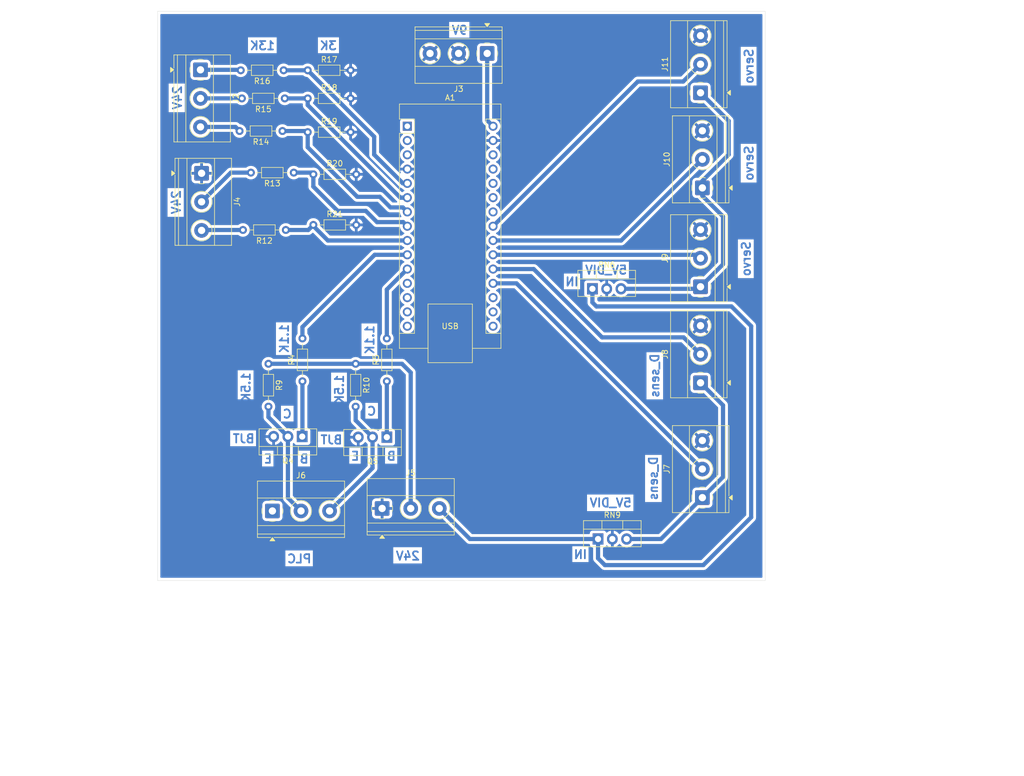
<source format=kicad_pcb>
(kicad_pcb (version 20241229) (generator "pcbnew") (generator_version "9.0")
  (layers (0 "F.Cu" signal) (2 "B.Cu" signal) (13 "F.Paste" user) (15 "B.Paste" user) (5 "F.SilkS" user "F.Silkscreen") (7 "B.SilkS" user "B.Silkscreen") (1 "F.Mask" user) (3 "B.Mask" user) (25 "Edge.Cuts" user))
  (net 0 "")
  (net 2 "GND")
  (net 3 "Net-(A1-SDA{slash}A4)")
  (net 9 "Net-(A1-D8)")
  (net 12 "Net-(A1-D7)")
  (net 13 "Net-(A1-D6)")
  (net 14 "Net-(A1-D4)")
  (net 15 "Net-(A1-A3)")
  (net 20 "Net-(A1-A0)")
  (net 21 "Net-(A1-A2)")
  (net 22 "Net-(A1-D3)")
  (net 23 "Net-(A1-D2)")
  (net 24 "Net-(A1-A1)")
  (net 27 "Net-(A1-D5)")
  (net 29 "Net-(J2-Pin_1)")
  (net 30 "Net-(J2-Pin_3)")
  (net 31 "Net-(J2-Pin_2)")
  (net 32 "Net-(J4-Pin_2)")
  (net 33 "Net-(J5-Pin_2)")
  (net 34 "Net-(J5-Pin_3)")
  (net 36 "Net-(J6-Pin_2)")
  (net 37 "Net-(J6-Pin_3)")
  (net 38 "Net-(J7-Pin_1)")
  (net 39 "Net-(J10-Pin_1)")
  (net 40 "Net-(Q4-B)")
  (net 41 "Net-(Q5-B)")
  (net 42 "Net-(J4-Pin_3)")
  (net 43 "Net-(A1-VIN)")
  (footprint "TerminalBlock_Phoenix:TerminalBlock_Phoenix_MKDS-1,5-3-5.08_1x03_P5.08mm_Horizontal" (layer "F.Cu") (at 152.5 85.58 90)
    (property "Reference" "J8" (at 5.08 -6.32 90) (layer "F.SilkS"))
    (property "Value" "Screw_Terminal_01x03")
    (pad "1" thru_hole roundrect (at 0 0 90) (size 2.6 2.6) (drill 1.3) (layers "*.Cu" "*.Mask") (roundrect_rratio 0.096154) (net 38 "Net-(J7-Pin_1)"))
    (pad "2" thru_hole circle (at 5.08 0 90) (size 2.6 2.6) (drill 1.3) (layers "*.Cu" "*.Mask") (net 24 "Net-(A1-A1)"))
    (pad "3" thru_hole circle (at 10.16 0 90) (size 2.6 2.6) (drill 1.3) (layers "*.Cu" "*.Mask") (net 2 "GND"))
  )
  (footprint "Resistor_THT:R_Axial_DIN0204_L3.6mm_D1.6mm_P7.62mm_Horizontal" (layer "F.Cu") (at 78.41 30 180)
    (property "Reference" "R16" (at 3.81 -1.92 0) (layer "F.SilkS"))
    (property "Value" "13K")
    (pad "1" thru_hole circle (at 0 0 180) (size 1.4 1.4) (drill 0.7) (layers "*.Cu" "*.Mask") (net 23 "Net-(A1-D2)"))
    (pad "2" thru_hole oval (at 7.62 0 180) (size 1.4 1.4) (drill 0.7) (layers "*.Cu" "*.Mask") (net 29 "Net-(J2-Pin_1)"))
  )
  (footprint "TerminalBlock_Phoenix:TerminalBlock_Phoenix_MKDS-1,5-3-5.08_1x03_P5.08mm_Horizontal" (layer "F.Cu") (at 114.585 27 180)
    (property "Reference" "J3" (at 5.08 -6.32 0) (layer "F.SilkS"))
    (property "Value" "Screw_Terminal_01x03")
    (pad "1" thru_hole roundrect (at 0 0 180) (size 2.6 2.6) (drill 1.3) (layers "*.Cu" "*.Mask") (roundrect_rratio 0.096154) (net 43 "Net-(A1-VIN)"))
    (pad "2" thru_hole circle (at 5.08 0 180) (size 2.6 2.6) (drill 1.3) (layers "*.Cu" "*.Mask") (net 2 "GND"))
    (pad "3" thru_hole circle (at 10.16 0 180) (size 2.6 2.6) (drill 1.3) (layers "*.Cu" "*.Mask") (net 2 "GND"))
  )
  (footprint "Resistor_THT:R_Axial_DIN0204_L3.6mm_D1.6mm_P7.62mm_Horizontal" (layer "F.Cu") (at 91.21 82.195 -90)
    (property "Reference" "R10" (at 3.81 -1.92 90) (layer "F.SilkS"))
    (property "Value" "1.5K")
    (pad "1" thru_hole circle (at 0 0 270) (size 1.4 1.4) (drill 0.7) (layers "*.Cu" "*.Mask") (net 33 "Net-(J5-Pin_2)"))
    (pad "2" thru_hole oval (at 7.62 0 270) (size 1.4 1.4) (drill 0.7) (layers "*.Cu" "*.Mask") (net 37 "Net-(J6-Pin_3)"))
  )
  (footprint "Resistor_THT:R_Axial_DIN0204_L3.6mm_D1.6mm_P7.62mm_Horizontal" (layer "F.Cu") (at 78.8 58.4 180)
    (property "Reference" "R12" (at 3.81 -1.92 0) (layer "F.SilkS"))
    (property "Value" "13K")
    (pad "1" thru_hole circle (at 0 0 180) (size 1.4 1.4) (drill 0.7) (layers "*.Cu" "*.Mask") (net 13 "Net-(A1-D6)"))
    (pad "2" thru_hole oval (at 7.62 0 180) (size 1.4 1.4) (drill 0.7) (layers "*.Cu" "*.Mask") (net 42 "Net-(J4-Pin_3)"))
  )
  (footprint "Package_TO_SOT_THT:TO-220-3_Vertical" (layer "F.Cu") (at 134.2875 113.36)
    (property "Reference" "RN9" (at 2.54 -4.27 0) (layer "F.SilkS"))
    (property "Value" "5V_div")
    (pad "1" thru_hole rect (at 0 0) (size 1.905 2) (drill 1.1) (layers "*.Cu" "*.Mask") (net 34 "Net-(J5-Pin_3)"))
    (pad "2" thru_hole oval (at 2.54 0) (size 1.905 2) (drill 1.1) (layers "*.Cu" "*.Mask") (net 2 "GND"))
    (pad "3" thru_hole oval (at 5.08 0) (size 1.905 2) (drill 1.1) (layers "*.Cu" "*.Mask") (net 38 "Net-(J7-Pin_1)"))
  )
  (footprint "Resistor_THT:R_Axial_DIN0204_L3.6mm_D1.6mm_P7.62mm_Horizontal" (layer "F.Cu") (at 78.61 35 180)
    (property "Reference" "R15" (at 3.81 -1.92 0) (layer "F.SilkS"))
    (property "Value" "13K")
    (pad "1" thru_hole circle (at 0 0 180) (size 1.4 1.4) (drill 0.7) (layers "*.Cu" "*.Mask") (net 22 "Net-(A1-D3)"))
    (pad "2" thru_hole oval (at 7.62 0 180) (size 1.4 1.4) (drill 0.7) (layers "*.Cu" "*.Mask") (net 31 "Net-(J2-Pin_2)"))
  )
  (footprint "Resistor_THT:R_Axial_DIN0204_L3.6mm_D1.6mm_P7.62mm_Horizontal" (layer "F.Cu") (at 80.21 48.2 180)
    (property "Reference" "R13" (at 3.81 -1.92 0) (layer "F.SilkS"))
    (property "Value" "13K")
    (pad "1" thru_hole circle (at 0 0 180) (size 1.4 1.4) (drill 0.7) (layers "*.Cu" "*.Mask") (net 27 "Net-(A1-D5)"))
    (pad "2" thru_hole oval (at 7.62 0 180) (size 1.4 1.4) (drill 0.7) (layers "*.Cu" "*.Mask") (net 32 "Net-(J4-Pin_2)"))
  )
  (footprint "Resistor_THT:R_Axial_DIN0204_L3.6mm_D1.6mm_P7.62mm_Horizontal" (layer "F.Cu") (at 81.75 85.31 90)
    (property "Reference" "R4" (at 3.81 -1.92 90) (layer "F.SilkS"))
    (property "Value" "1.1K")
    (pad "1" thru_hole circle (at 0 0 90) (size 1.4 1.4) (drill 0.7) (layers "*.Cu" "*.Mask") (net 40 "Net-(Q4-B)"))
    (pad "2" thru_hole oval (at 7.62 0 90) (size 1.4 1.4) (drill 0.7) (layers "*.Cu" "*.Mask") (net 12 "Net-(A1-D7)"))
  )
  (footprint "TerminalBlock_Phoenix:TerminalBlock_Phoenix_MKDS-1,5-3-5.08_1x03_P5.08mm_Horizontal" (layer "F.Cu") (at 63.6275 29.915 -90)
    (property "Reference" "J2" (at 5.08 -6.32 90) (layer "F.SilkS"))
    (property "Value" "Screw_Terminal_01x03")
    (pad "1" thru_hole roundrect (at 0 0 270) (size 2.6 2.6) (drill 1.3) (layers "*.Cu" "*.Mask") (roundrect_rratio 0.096154) (net 29 "Net-(J2-Pin_1)"))
    (pad "2" thru_hole circle (at 5.08 0 270) (size 2.6 2.6) (drill 1.3) (layers "*.Cu" "*.Mask") (net 31 "Net-(J2-Pin_2)"))
    (pad "3" thru_hole circle (at 10.16 0 270) (size 2.6 2.6) (drill 1.3) (layers "*.Cu" "*.Mask") (net 30 "Net-(J2-Pin_3)"))
  )
  (footprint "Module:Arduino_Nano" (layer "F.Cu") (at 100.39 39.95)
    (property "Reference" "A1" (at 7.62 -5.08 0) (layer "F.SilkS"))
    (property "Value" "Arduino_Nano_Every")
    (fp_text user "USB" (at 7.62 35.56 0) (layer "F.SilkS"))
    (pad "1" thru_hole rect (at 0 0) (size 1.6 1.6) (drill 1) (layers "*.Cu" "*.Mask"))
    (pad "2" thru_hole oval (at 0 2.54) (size 1.6 1.6) (drill 1) (layers "*.Cu" "*.Mask"))
    (pad "3" thru_hole oval (at 0 5.08) (size 1.6 1.6) (drill 1) (layers "*.Cu" "*.Mask"))
    (pad "4" thru_hole oval (at 0 7.62) (size 1.6 1.6) (drill 1) (layers "*.Cu" "*.Mask") (net 2 "GND"))
    (pad "5" thru_hole oval (at 0 10.16) (size 1.6 1.6) (drill 1) (layers "*.Cu" "*.Mask") (net 23 "Net-(A1-D2)"))
    (pad "6" thru_hole oval (at 0 12.7) (size 1.6 1.6) (drill 1) (layers "*.Cu" "*.Mask") (net 22 "Net-(A1-D3)"))
    (pad "7" thru_hole oval (at 0 15.24) (size 1.6 1.6) (drill 1) (layers "*.Cu" "*.Mask") (net 14 "Net-(A1-D4)"))
    (pad "8" thru_hole oval (at 0 17.78) (size 1.6 1.6) (drill 1) (layers "*.Cu" "*.Mask") (net 27 "Net-(A1-D5)"))
    (pad "9" thru_hole oval (at 0 20.32) (size 1.6 1.6) (drill 1) (layers "*.Cu" "*.Mask") (net 13 "Net-(A1-D6)"))
    (pad "10" thru_hole oval (at 0 22.86) (size 1.6 1.6) (drill 1) (layers "*.Cu" "*.Mask") (net 12 "Net-(A1-D7)"))
    (pad "11" thru_hole oval (at 0 25.4) (size 1.6 1.6) (drill 1) (layers "*.Cu" "*.Mask") (net 9 "Net-(A1-D8)"))
    (pad "12" thru_hole oval (at 0 27.94) (size 1.6 1.6) (drill 1) (layers "*.Cu" "*.Mask"))
    (pad "13" thru_hole oval (at 0 30.48) (size 1.6 1.6) (drill 1) (layers "*.Cu" "*.Mask"))
    (pad "14" thru_hole oval (at 0 33.02) (size 1.6 1.6) (drill 1) (layers "*.Cu" "*.Mask"))
    (pad "15" thru_hole oval (at 0 35.56) (size 1.6 1.6) (drill 1) (layers "*.Cu" "*.Mask"))
    (pad "16" thru_hole oval (at 15.24 35.56) (size 1.6 1.6) (drill 1) (layers "*.Cu" "*.Mask"))
    (pad "17" thru_hole oval (at 15.24 33.02) (size 1.6 1.6) (drill 1) (layers "*.Cu" "*.Mask"))
    (pad "18" thru_hole oval (at 15.24 30.48) (size 1.6 1.6) (drill 1) (layers "*.Cu" "*.Mask"))
    (pad "19" thru_hole oval (at 15.24 27.94) (size 1.6 1.6) (drill 1) (layers "*.Cu" "*.Mask") (net 20 "Net-(A1-A0)"))
    (pad "20" thru_hole oval (at 15.24 25.4) (size 1.6 1.6) (drill 1) (layers "*.Cu" "*.Mask") (net 24 "Net-(A1-A1)"))
    (pad "21" thru_hole oval (at 15.24 22.86) (size 1.6 1.6) (drill 1) (layers "*.Cu" "*.Mask") (net 21 "Net-(A1-A2)"))
    (pad "22" thru_hole oval (at 15.24 20.32) (size 1.6 1.6) (drill 1) (layers "*.Cu" "*.Mask") (net 15 "Net-(A1-A3)"))
    (pad "23" thru_hole oval (at 15.24 17.78) (size 1.6 1.6) (drill 1) (layers "*.Cu" "*.Mask") (net 3 "Net-(A1-SDA{slash}A4)"))
    (pad "24" thru_hole oval (at 15.24 15.24) (size 1.6 1.6) (drill 1) (layers "*.Cu" "*.Mask"))
    (pad "25" thru_hole oval (at 15.24 12.7) (size 1.6 1.6) (drill 1) (layers "*.Cu" "*.Mask"))
    (pad "26" thru_hole oval (at 15.24 10.16) (size 1.6 1.6) (drill 1) (layers "*.Cu" "*.Mask"))
    (pad "27" thru_hole oval (at 15.24 7.62) (size 1.6 1.6) (drill 1) (layers "*.Cu" "*.Mask"))
    (pad "28" thru_hole oval (at 15.24 5.08) (size 1.6 1.6) (drill 1) (layers "*.Cu" "*.Mask"))
    (pad "29" thru_hole oval (at 15.24 2.54) (size 1.6 1.6) (drill 1) (layers "*.Cu" "*.Mask") (net 2 "GND"))
    (pad "30" thru_hole oval (at 15.24 0) (size 1.6 1.6) (drill 1) (layers "*.Cu" "*.Mask") (net 43 "Net-(A1-VIN)"))
  )
  (footprint "Resistor_THT:R_Axial_DIN0204_L3.6mm_D1.6mm_P7.62mm_Horizontal" (layer "F.Cu") (at 78.2 40.8 180)
    (property "Reference" "R14" (at 3.81 -1.92 0) (layer "F.SilkS"))
    (property "Value" "13K")
    (pad "1" thru_hole circle (at 0 0 180) (size 1.4 1.4) (drill 0.7) (layers "*.Cu" "*.Mask") (net 14 "Net-(A1-D4)"))
    (pad "2" thru_hole oval (at 7.62 0 180) (size 1.4 1.4) (drill 0.7) (layers "*.Cu" "*.Mask") (net 30 "Net-(J2-Pin_3)"))
  )
  (footprint "Package_TO_SOT_THT:TO-220-3_Vertical" (layer "F.Cu") (at 81.71 95.14 180)
    (property "Reference" "Q4" (at 2.54 -4.27 0) (layer "F.SilkS"))
    (property "Value" "Q_NPN_BCE")
    (pad "1" thru_hole rect (at 0 0 180) (size 1.905 2) (drill 1.1) (layers "*.Cu" "*.Mask") (net 40 "Net-(Q4-B)"))
    (pad "2" thru_hole oval (at 2.54 0 180) (size 1.905 2) (drill 1.1) (layers "*.Cu" "*.Mask") (net 36 "Net-(J6-Pin_2)"))
    (pad "3" thru_hole oval (at 5.08 0 180) (size 1.905 2) (drill 1.1) (layers "*.Cu" "*.Mask") (net 2 "GND"))
  )
  (footprint "Resistor_THT:R_Axial_DIN0204_L3.6mm_D1.6mm_P7.62mm_Horizontal" (layer "F.Cu") (at 82.69 41)
    (property "Reference" "R19" (at 3.81 -1.92 0) (layer "F.SilkS"))
    (property "Value" "3K")
    (pad "1" thru_hole circle (at 0 0) (size 1.4 1.4) (drill 0.7) (layers "*.Cu" "*.Mask") (net 14 "Net-(A1-D4)"))
    (pad "2" thru_hole oval (at 7.62 0) (size 1.4 1.4) (drill 0.7) (layers "*.Cu" "*.Mask") (net 2 "GND"))
  )
  (footprint "Package_TO_SOT_THT:TO-220-3_Vertical" (layer "F.Cu") (at 96.75 95.25 180)
    (property "Reference" "Q5" (at 2.54 -4.27 0) (layer "F.SilkS"))
    (property "Value" "Q_NPN_BCE")
    (pad "1" thru_hole rect (at 0 0 180) (size 1.905 2) (drill 1.1) (layers "*.Cu" "*.Mask") (net 41 "Net-(Q5-B)"))
    (pad "2" thru_hole oval (at 2.54 0 180) (size 1.905 2) (drill 1.1) (layers "*.Cu" "*.Mask") (net 37 "Net-(J6-Pin_3)"))
    (pad "3" thru_hole oval (at 5.08 0 180) (size 1.905 2) (drill 1.1) (layers "*.Cu" "*.Mask") (net 2 "GND"))
  )
  (footprint "Resistor_THT:R_Axial_DIN0204_L3.6mm_D1.6mm_P7.62mm_Horizontal" (layer "F.Cu") (at 82.69 35)
    (property "Reference" "R18" (at 3.81 -1.92 0) (layer "F.SilkS"))
    (property "Value" "3K")
    (pad "1" thru_hole circle (at 0 0) (size 1.4 1.4) (drill 0.7) (layers "*.Cu" "*.Mask") (net 22 "Net-(A1-D3)"))
    (pad "2" thru_hole oval (at 7.62 0) (size 1.4 1.4) (drill 0.7) (layers "*.Cu" "*.Mask") (net 2 "GND"))
  )
  (footprint "TerminalBlock_Phoenix:TerminalBlock_Phoenix_MKDS-1,5-3-5.08_1x03_P5.08mm_Horizontal" (layer "F.Cu") (at 152.5 68.5 90)
    (property "Reference" "J9" (at 5.08 -6.32 90) (layer "F.SilkS"))
    (property "Value" "Screw_Terminal_01x03")
    (pad "1" thru_hole roundrect (at 0 0 90) (size 2.6 2.6) (drill 1.3) (layers "*.Cu" "*.Mask") (roundrect_rratio 0.096154) (net 39 "Net-(J10-Pin_1)"))
    (pad "2" thru_hole circle (at 5.08 0 90) (size 2.6 2.6) (drill 1.3) (layers "*.Cu" "*.Mask") (net 21 "Net-(A1-A2)"))
    (pad "3" thru_hole circle (at 10.16 0 90) (size 2.6 2.6) (drill 1.3) (layers "*.Cu" "*.Mask") (net 2 "GND"))
  )
  (footprint "Resistor_THT:R_Axial_DIN0204_L3.6mm_D1.6mm_P7.62mm_Horizontal" (layer "F.Cu") (at 82.69 30)
    (property "Reference" "R17" (at 3.81 -1.92 0) (layer "F.SilkS"))
    (property "Value" "3K")
    (pad "1" thru_hole circle (at 0 0) (size 1.4 1.4) (drill 0.7) (layers "*.Cu" "*.Mask") (net 23 "Net-(A1-D2)"))
    (pad "2" thru_hole oval (at 7.62 0) (size 1.4 1.4) (drill 0.7) (layers "*.Cu" "*.Mask") (net 2 "GND"))
  )
  (footprint "Resistor_THT:R_Axial_DIN0204_L3.6mm_D1.6mm_P7.62mm_Horizontal" (layer "F.Cu") (at 83.69 48.5)
    (property "Reference" "R20" (at 3.81 -1.92 0) (layer "F.SilkS"))
    (property "Value" "3K")
    (pad "1" thru_hole circle (at 0 0) (size 1.4 1.4) (drill 0.7) (layers "*.Cu" "*.Mask") (net 27 "Net-(A1-D5)"))
    (pad "2" thru_hole oval (at 7.62 0) (size 1.4 1.4) (drill 0.7) (layers "*.Cu" "*.Mask") (net 2 "GND"))
  )
  (footprint "TerminalBlock_Phoenix:TerminalBlock_Phoenix_MKDS-1,5-3-5.08_1x03_P5.08mm_Horizontal" (layer "F.Cu") (at 76.415 108.3675)
    (property "Reference" "J6" (at 5.08 -6.32 0) (layer "F.SilkS"))
    (property "Value" "Screw_Terminal_01x03")
    (pad "1" thru_hole roundrect (at 0 0) (size 2.6 2.6) (drill 1.3) (layers "*.Cu" "*.Mask") (roundrect_rratio 0.096154))
    (pad "2" thru_hole circle (at 5.08 0) (size 2.6 2.6) (drill 1.3) (layers "*.Cu" "*.Mask") (net 36 "Net-(J6-Pin_2)"))
    (pad "3" thru_hole circle (at 10.16 0) (size 2.6 2.6) (drill 1.3) (layers "*.Cu" "*.Mask") (net 37 "Net-(J6-Pin_3)"))
  )
  (footprint "TerminalBlock_Phoenix:TerminalBlock_Phoenix_MKDS-1,5-3-5.08_1x03_P5.08mm_Horizontal" (layer "F.Cu") (at 152.8275 50.915 90)
    (property "Reference" "J10" (at 5.08 -6.32 90) (layer "F.SilkS"))
    (property "Value" "Screw_Terminal_01x03")
    (pad "1" thru_hole roundrect (at 0 0 90) (size 2.6 2.6) (drill 1.3) (layers "*.Cu" "*.Mask") (roundrect_rratio 0.096154) (net 39 "Net-(J10-Pin_1)"))
    (pad "2" thru_hole circle (at 5.08 0 90) (size 2.6 2.6) (drill 1.3) (layers "*.Cu" "*.Mask") (net 15 "Net-(A1-A3)"))
    (pad "3" thru_hole circle (at 10.16 0 90) (size 2.6 2.6) (drill 1.3) (layers "*.Cu" "*.Mask") (net 2 "GND"))
  )
  (footprint "Resistor_THT:R_Axial_DIN0204_L3.6mm_D1.6mm_P7.62mm_Horizontal" (layer "F.Cu") (at 75.71 82.195 -90)
    (property "Reference" "R9" (at 3.81 -1.92 90) (layer "F.SilkS"))
    (property "Value" "1.5K")
    (pad "1" thru_hole circle (at 0 0 270) (size 1.4 1.4) (drill 0.7) (layers "*.Cu" "*.Mask") (net 33 "Net-(J5-Pin_2)"))
    (pad "2" thru_hole oval (at 7.62 0 270) (size 1.4 1.4) (drill 0.7) (layers "*.Cu" "*.Mask") (net 36 "Net-(J6-Pin_2)"))
  )
  (footprint "TerminalBlock_Phoenix:TerminalBlock_Phoenix_MKDS-1,5-3-5.08_1x03_P5.08mm_Horizontal" (layer "F.Cu") (at 63.8275 48.315 -90)
    (property "Reference" "J4" (at 5.08 -6.32 90) (layer "F.SilkS"))
    (property "Value" "Screw_Terminal_01x03")
    (pad "1" thru_hole roundrect (at 0 0 270) (size 2.6 2.6) (drill 1.3) (layers "*.Cu" "*.Mask") (roundrect_rratio 0.096154) (net 2 "GND"))
    (pad "2" thru_hole circle (at 5.08 0 270) (size 2.6 2.6) (drill 1.3) (layers "*.Cu" "*.Mask") (net 32 "Net-(J4-Pin_2)"))
    (pad "3" thru_hole circle (at 10.16 0 270) (size 2.6 2.6) (drill 1.3) (layers "*.Cu" "*.Mask") (net 42 "Net-(J4-Pin_3)"))
  )
  (footprint "Package_TO_SOT_THT:TO-220-3_Vertical" (layer "F.Cu") (at 133.2875 68.86)
    (property "Reference" "RN6" (at 2.54 -4.27 0) (layer "F.SilkS"))
    (property "Value" "5V_div")
    (pad "1" thru_hole rect (at 0 0) (size 1.905 2) (drill 1.1) (layers "*.Cu" "*.Mask") (net 34 "Net-(J5-Pin_3)"))
    (pad "2" thru_hole oval (at 2.54 0) (size 1.905 2) (drill 1.1) (layers "*.Cu" "*.Mask") (net 2 "GND"))
    (pad "3" thru_hole oval (at 5.08 0) (size 1.905 2) (drill 1.1) (layers "*.Cu" "*.Mask") (net 39 "Net-(J10-Pin_1)"))
  )
  (footprint "TerminalBlock_Phoenix:TerminalBlock_Phoenix_MKDS-1,5-3-5.08_1x03_P5.08mm_Horizontal" (layer "F.Cu") (at 95.915 107.9225)
    (property "Reference" "J5" (at 5.08 -6.32 0) (layer "F.SilkS"))
    (property "Value" "Screw_Terminal_01x03")
    (pad "1" thru_hole roundrect (at 0 0) (size 2.6 2.6) (drill 1.3) (layers "*.Cu" "*.Mask") (roundrect_rratio 0.096154) (net 2 "GND"))
    (pad "2" thru_hole circle (at 5.08 0) (size 2.6 2.6) (drill 1.3) (layers "*.Cu" "*.Mask") (net 33 "Net-(J5-Pin_2)"))
    (pad "3" thru_hole circle (at 10.16 0) (size 2.6 2.6) (drill 1.3) (layers "*.Cu" "*.Mask") (net 34 "Net-(J5-Pin_3)"))
  )
  (footprint "Resistor_THT:R_Axial_DIN0204_L3.6mm_D1.6mm_P7.62mm_Horizontal" (layer "F.Cu") (at 96.75 85.31 90)
    (property "Reference" "R5" (at 3.81 -1.92 90) (layer "F.SilkS"))
    (property "Value" "1.1K")
    (pad "1" thru_hole circle (at 0 0 90) (size 1.4 1.4) (drill 0.7) (layers "*.Cu" "*.Mask") (net 41 "Net-(Q5-B)"))
    (pad "2" thru_hole oval (at 7.62 0 90) (size 1.4 1.4) (drill 0.7) (layers "*.Cu" "*.Mask") (net 9 "Net-(A1-D8)"))
  )
  (footprint "Resistor_THT:R_Axial_DIN0204_L3.6mm_D1.6mm_P7.62mm_Horizontal" (layer "F.Cu") (at 83.69 57.5)
    (property "Reference" "R21" (at 3.81 -1.92 0) (layer "F.SilkS"))
    (property "Value" "3K")
    (pad "1" thru_hole circle (at 0 0) (size 1.4 1.4) (drill 0.7) (layers "*.Cu" "*.Mask") (net 13 "Net-(A1-D6)"))
    (pad "2" thru_hole oval (at 7.62 0) (size 1.4 1.4) (drill 0.7) (layers "*.Cu" "*.Mask") (net 2 "GND"))
  )
  (footprint "TerminalBlock_Phoenix:TerminalBlock_Phoenix_MKDS-1,5-3-5.08_1x03_P5.08mm_Horizontal" (layer "F.Cu") (at 152.5 34 90)
    (property "Reference" "J11" (at 5.08 -6.32 90) (layer "F.SilkS"))
    (property "Value" "Screw_Terminal_01x03")
    (pad "1" thru_hole roundrect (at 0 0 90) (size 2.6 2.6) (drill 1.3) (layers "*.Cu" "*.Mask") (roundrect_rratio 0.096154) (net 39 "Net-(J10-Pin_1)"))
    (pad "2" thru_hole circle (at 5.08 0 90) (size 2.6 2.6) (drill 1.3) (layers "*.Cu" "*.Mask") (net 3 "Net-(A1-SDA{slash}A4)"))
    (pad "3" thru_hole circle (at 10.16 0 90) (size 2.6 2.6) (drill 1.3) (layers "*.Cu" "*.Mask") (net 2 "GND"))
  )
  (footprint "TerminalBlock_Phoenix:TerminalBlock_Phoenix_MKDS-1,5-3-5.08_1x03_P5.08mm_Horizontal" (layer "F.Cu") (at 152.8275 106 90)
    (property "Reference" "J7" (at 5.08 -6.32 90) (layer "F.SilkS"))
    (property "Value" "Screw_Terminal_01x03")
    (pad "1" thru_hole roundrect (at 0 0 90) (size 2.6 2.6) (drill 1.3) (layers "*.Cu" "*.Mask") (roundrect_rratio 0.096154) (net 38 "Net-(J7-Pin_1)"))
    (pad "2" thru_hole circle (at 5.08 0 90) (size 2.6 2.6) (drill 1.3) (layers "*.Cu" "*.Mask") (net 20 "Net-(A1-A0)"))
    (pad "3" thru_hole circle (at 10.16 0 90) (size 2.6 2.6) (drill 1.3) (layers "*.Cu" "*.Mask") (net 2 "GND"))
  )
  (gr_rect (start 56 19.5) (end 164 120.75) (stroke (width 0.05)) (fill no) (layer "Edge.Cuts"))
  (gr_text "E" (at 92 99.5 0) (layer "B.Cu") (effects (font (size 1.5 1.5) (thickness 0.3) (bold yes)) (justify left bottom mirror)))
  (gr_text "B\n" (at 98.5 99.5 0) (layer "B.Cu") (effects (font (size 1.5 1.5) (thickness 0.3) (bold yes)) (justify left bottom mirror)))
  (gr_text "IN" (at 132.5 117 0) (layer "B.Cu") (effects (font (size 1.5 1.5) (thickness 0.3) (bold yes)) (justify left bottom mirror)))
  (gr_text "1.5K" (at 72.6 83.6 90) (layer "B.Cu") (effects (font (size 1.5 1.5) (thickness 0.3) (bold yes)) (justify left bottom mirror)))
  (gr_text "1.1K" (at 79.4 75 90) (layer "B.Cu") (effects (font (size 1.5 1.5) (thickness 0.3) (bold yes)) (justify left bottom mirror)))
  (gr_text "Servo\n" (at 162 43.25 90) (layer "B.Cu") (effects (font (size 1.5 1.5) (thickness 0.3) (bold yes)) (justify left bottom mirror)))
  (gr_text "BJT" (at 73.4 96.4 0) (layer "B.Cu") (effects (font (size 1.5 1.5) (thickness 0.3) (bold yes)) (justify left bottom mirror)))
  (gr_text "IN\n" (at 131 68.5 0) (layer "B.Cu") (effects (font (size 1.5 1.5) (thickness 0.3) (bold yes)) (justify left bottom mirror)))
  (gr_text "24V" (at 60.2 51.2 90) (layer "B.Cu") (effects (font (size 1.5 1.5) (thickness 0.3) (bold yes)) (justify left bottom mirror)))
  (gr_text "5V_DIV\n" (at 139.6 66.4 0) (layer "B.Cu") (effects (font (size 1.5 1.5) (thickness 0.3) (bold yes)) (justify left bottom mirror)))
  (gr_text "C" (at 80 92 0) (layer "B.Cu") (effects (font (size 1.5 1.5) (thickness 0.3) (bold yes)) (justify left bottom mirror)))
  (gr_text "Servo\n" (at 162 26 90) (layer "B.Cu") (effects (font (size 1.5 1.5) (thickness 0.3) (bold yes)) (justify left bottom mirror)))
  (gr_text "9V" (at 111.25 23.75 0) (layer "B.Cu") (effects (font (size 1.5 1.5) (thickness 0.3) (bold yes)) (justify left bottom mirror)))
  (gr_text "1.5K" (at 89.2 84 90) (layer "B.Cu") (effects (font (size 1.5 1.5) (thickness 0.3) (bold yes)) (justify left bottom mirror)))
  (gr_text "5V_DIV\n" (at 140.4 107.8 0) (layer "B.Cu") (effects (font (size 1.5 1.5) (thickness 0.3) (bold yes)) (justify left bottom mirror)))
  (gr_text "E" (at 76.5 100 0) (layer "B.Cu") (effects (font (size 1.5 1.5) (thickness 0.3) (bold yes)) (justify left bottom mirror)))
  (gr_text "D_sens\n" (at 145.25 80.25 90) (layer "B.Cu") (effects (font (size 1.5 1.5) (thickness 0.3) (bold yes)) (justify left bottom mirror)))
  (gr_text "PLC\n" (at 83.5 117.75 0) (layer "B.Cu") (effects (font (size 1.5 1.5) (thickness 0.3) (bold yes)) (justify left bottom mirror)))
  (gr_text "24V" (at 60.4 32.6 90) (layer "B.Cu") (effects (font (size 1.5 1.5) (thickness 0.3) (bold yes)) (justify left bottom mirror)))
  (gr_text "3K\n" (at 88 26.5 0) (layer "B.Cu") (effects (font (size 1.5 1.5) (thickness 0.3) (bold yes)) (justify left bottom mirror)))
  (gr_text "B\n" (at 83 100 0) (layer "B.Cu") (effects (font (size 1.5 1.5) (thickness 0.3) (bold yes)) (justify left bottom mirror)))
  (gr_text "1.1K" (at 94.6 75.2 90) (layer "B.Cu") (effects (font (size 1.5 1.5) (thickness 0.3) (bold yes)) (justify left bottom mirror)))
  (gr_text "D_sens\n" (at 145 98.5 90) (layer "B.Cu") (effects (font (size 1.5 1.5) (thickness 0.3) (bold yes)) (justify left bottom mirror)))
  (gr_text "24V" (at 102.75 117.25 0) (layer "B.Cu") (effects (font (size 1.5 1.5) (thickness 0.3) (bold yes)) (justify left bottom mirror)))
  (gr_text "13K" (at 77 26.5 0) (layer "B.Cu") (effects (font (size 1.5 1.5) (thickness 0.3) (bold yes)) (justify left bottom mirror)))
  (gr_text "C" (at 95 91.5 0) (layer "B.Cu") (effects (font (size 1.5 1.5) (thickness 0.3) (bold yes)) (justify left bottom mirror)))
  (gr_text "Servo\n" (at 161.5 60.25 90) (layer "B.Cu") (effects (font (size 1.5 1.5) (thickness 0.3) (bold yes)) (justify left bottom mirror)))
  (gr_text "BJT" (at 89 96.6 0) (layer "B.Cu") (effects (font (size 1.5 1.5) (thickness 0.3) (bold yes)) (justify left bottom mirror)))
  (segment (start 149.42 32) (end 152.5 28.92) (width 0.75) (layer "B.Cu") (net 3))
  (segment (start 141.36 32) (end 149.42 32) (width 0.75) (layer "B.Cu") (net 3))
  (segment (start 115.63 57.73) (end 141.36 32) (width 0.75) (layer "B.Cu") (net 3))
  (segment (start 100.39 65.35) (end 96.75 68.99) (width 0.75) (layer "B.Cu") (net 9))
  (segment (start 96.75 68.99) (end 96.75 77.69) (width 0.75) (layer "B.Cu") (net 9))
  (segment (start 81.75 77.69) (end 81.75 75.655) (width 0.75) (layer "B.Cu") (net 12))
  (segment (start 100.39 62.81) (end 94.595 62.81) (width 0.75) (layer "B.Cu") (net 12))
  (segment (start 81.75 75.655) (end 94.595 62.81) (width 0.75) (layer "B.Cu") (net 12))
  (segment (start 100.06 60.6) (end 100.39 60.27) (width 0.75) (layer "B.Cu") (net 13))
  (segment (start 100.12 60) (end 100.39 60.27) (width 0.75) (layer "B.Cu") (net 13))
  (segment (start 82.79 58.4) (end 83.69 57.5) (width 0.75) (layer "B.Cu") (net 13))
  (segment (start 86.27 60.27) (end 100.39 60.27) (width 0.75) (layer "B.Cu") (net 13))
  (segment (start 83.69 57.5) (end 83.69 57.69) (width 0.75) (layer "B.Cu") (net 13))
  (segment (start 83.69 57.69) (end 86.27 60.27) (width 0.75) (layer "B.Cu") (net 13))
  (segment (start 78.8 58.4) (end 82.79 58.4) (width 0.75) (layer "B.Cu") (net 13))
  (segment (start 82.69 41) (end 82.69 43.69) (width 0.75) (layer "B.Cu") (net 14))
  (segment (start 95.5 52.5) (end 97.390001 54.390001) (width 0.75) (layer "B.Cu") (net 14))
  (segment (start 97.390001 54.390001) (end 99.590001 54.390001) (width 0.75) (layer "B.Cu") (net 14))
  (segment (start 99.590001 54.390001) (end 100.39 55.19) (width 0.75) (layer "B.Cu") (net 14))
  (segment (start 78.2 40.8) (end 82.49 40.8) (width 0.75) (layer "B.Cu") (net 14))
  (segment (start 82.49 40.8) (end 82.69 41) (width 0.75) (layer "B.Cu") (net 14))
  (segment (start 82.69 43.69) (end 91.5 52.5) (width 0.75) (layer "B.Cu") (net 14))
  (segment (start 91.5 52.5) (end 95.5 52.5) (width 0.75) (layer "B.Cu") (net 14))
  (segment (start 138.3925 60.27) (end 152.8275 45.835) (width 0.75) (layer "B.Cu") (net 15))
  (segment (start 115.63 60.27) (end 138.3925 60.27) (width 0.75) (layer "B.Cu") (net 15))
  (segment (start 115.63 67.89) (end 119.7975 67.89) (width 0.75) (layer "B.Cu") (net 20))
  (segment (start 119.7975 67.89) (end 152.8275 100.92) (width 0.75) (layer "B.Cu") (net 20))
  (segment (start 115.63 62.81) (end 151.89 62.81) (width 0.75) (layer "B.Cu") (net 21))
  (segment (start 151.89 62.81) (end 152.5 63.42) (width 0.75) (layer "B.Cu") (net 21))
  (segment (start 99.65 52.65) (end 100.39 52.65) (width 0.75) (layer "B.Cu") (net 22))
  (segment (start 82.69 35) (end 82.69 36.19) (width 0.75) (layer "B.Cu") (net 22))
  (segment (start 81.92 35) (end 82 35) (width 0.75) (layer "B.Cu") (net 22))
  (segment (start 82.69 36.19) (end 99.15 52.65) (width 0.75) (layer "B.Cu") (net 22))
  (segment (start 78.61 35) (end 82.69 35) (width 0.75) (layer "B.Cu") (net 22))
  (segment (start 99.15 52.65) (end 100.39 52.65) (width 0.75) (layer "B.Cu") (net 22))
  (segment (start 94.5 41.81) (end 94.5 45) (width 0.75) (layer "B.Cu") (net 23))
  (segment (start 99.61 50.11) (end 100.39 50.11) (width 0.75) (layer "B.Cu") (net 23))
  (segment (start 94.5 45) (end 99.61 50.11) (width 0.75) (layer "B.Cu") (net 23))
  (segment (start 78.41 30) (end 82.69 30) (width 0.75) (layer "B.Cu") (net 23))
  (segment (start 82.69 30) (end 94.5 41.81) (width 0.75) (layer "B.Cu") (net 23))
  (segment (start 149.5 77.5) (end 152.5 80.5) (width 0.75) (layer "B.Cu") (net 24))
  (segment (start 122.85 65.35) (end 135 77.5) (width 0.75) (layer "B.Cu") (net 24))
  (segment (start 135 77.5) (end 149.5 77.5) (width 0.75) (layer "B.Cu") (net 24))
  (segment (start 115.63 65.35) (end 122.85 65.35) (width 0.75) (layer "B.Cu") (net 24))
  (segment (start 80.21 48.2) (end 83.39 48.2) (width 0.75) (layer "B.Cu") (net 27))
  (segment (start 93 55) (end 95 57) (width 0.75) (layer "B.Cu") (net 27))
  (segment (start 95 57) (end 99.66 57) (width 0.75) (layer "B.Cu") (net 27))
  (segment (start 88 55) (end 93 55) (width 0.75) (layer "B.Cu") (net 27))
  (segment (start 99.66 57) (end 100.39 57.73) (width 0.75) (layer "B.Cu") (net 27))
  (segment (start 83.39 48.2) (end 83.69 48.5) (width 0.75) (layer "B.Cu") (net 27))
  (segment (start 83.69 48.5) (end 83.69 50.69) (width 0.75) (layer "B.Cu") (net 27))
  (segment (start 83.69 50.69) (end 88 55) (width 0.75) (layer "B.Cu") (net 27))
  (segment (start 63.6275 29.915) (end 70.705 29.915) (width 0.75) (layer "B.Cu") (net 29))
  (segment (start 70.705 29.915) (end 70.79 30) (width 0.75) (layer "B.Cu") (net 29))
  (segment (start 63.6275 40.075) (end 69.855 40.075) (width 0.75) (layer "B.Cu") (net 30))
  (segment (start 69.855 40.075) (end 70.58 40.8) (width 0.75) (layer "B.Cu") (net 30))
  (segment (start 63.6275 34.995) (end 70.985 34.995) (width 0.75) (layer "B.Cu") (net 31))
  (segment (start 70.985 34.995) (end 70.99 35) (width 0.75) (layer "B.Cu") (net 31))
  (segment (start 63.8275 53.395) (end 69.0225 48.2) (width 0.75) (layer "B.Cu") (net 32))
  (segment (start 63.8325 53.4) (end 63.8275 53.395) (width 0.75) (layer "B.Cu") (net 32))
  (segment (start 69.0225 48.2) (end 72.59 48.2) (width 0.75) (layer "B.Cu") (net 32))
  (segment (start 91.21 82.195) (end 75.71 82.195) (width 0.75) (layer "B.Cu") (net 33))
  (segment (start 99.445 82.195) (end 91.21 82.195) (width 0.75) (layer "B.Cu") (net 33))
  (segment (start 100.995 107.9225) (end 100.995 83.745) (width 0.75) (layer "B.Cu") (net 33))
  (segment (start 100.995 83.745) (end 99.445 82.195) (width 0.75) (layer "B.Cu") (net 33))
  (segment (start 133.2875 71.2875) (end 134 72) (width 0.75) (layer "B.Cu") (net 34))
  (segment (start 153 118) (end 135.5 118) (width 0.75) (layer "B.Cu") (net 34))
  (segment (start 106.075 107.9225) (end 111.5125 113.36) (width 0.75) (layer "B.Cu") (net 34))
  (segment (start 133.2875 68.86) (end 133.2875 71.2875) (width 0.75) (layer "B.Cu") (net 34))
  (segment (start 134.2875 116.7875) (end 134.2875 113.36) (width 0.75) (layer "B.Cu") (net 34))
  (segment (start 111.5125 113.36) (end 134.2875 113.36) (width 0.75) (layer "B.Cu") (net 34))
  (segment (start 135.5 118) (end 134.2875 116.7875) (width 0.75) (layer "B.Cu") (net 34))
  (segment (start 158 72) (end 161.5 75.5) (width 0.75) (layer "B.Cu") (net 34))
  (segment (start 161.5 109.5) (end 153 118) (width 0.75) (layer "B.Cu") (net 34))
  (segment (start 161.5 75.5) (end 161.5 109.5) (width 0.75) (layer "B.Cu") (net 34))
  (segment (start 134 72) (end 158 72) (width 0.75) (layer "B.Cu") (net 34))
  (segment (start 75.71 91.68) (end 79.17 95.14) (width 0.75) (layer "B.Cu") (net 36))
  (segment (start 79.17 106.0425) (end 79.17 95.14) (width 0.75) (layer "B.Cu") (net 36))
  (segment (start 75.71 89.815) (end 75.71 91.68) (width 0.75) (layer "B.Cu") (net 36))
  (segment (start 81.495 108.3675) (end 79.17 106.0425) (width 0.75) (layer "B.Cu") (net 36))
  (segment (start 91.21 89.815) (end 91.21 92.25) (width 0.75) (layer "B.Cu") (net 37))
  (segment (start 91.21 92.25) (end 94.21 95.25) (width 0.75) (layer "B.Cu") (net 37))
  (segment (start 94.21 100.7325) (end 94.21 95.25) (width 0.75) (layer "B.Cu") (net 37))
  (segment (start 86.575 108.3675) (end 94.21 100.7325) (width 0.75) (layer "B.Cu") (net 37))
  (segment (start 152.8275 106) (end 156.5 102.3275) (width 0.75) (layer "B.Cu") (net 38))
  (segment (start 156.5 102.3275) (end 156.5 89.58) (width 0.75) (layer "B.Cu") (net 38))
  (segment (start 139.3675 113.36) (end 145.4675 113.36) (width 0.75) (layer "B.Cu") (net 38))
  (segment (start 145.4675 113.36) (end 152.8275 106) (width 0.75) (layer "B.Cu") (net 38))
  (segment (start 156.5 89.58) (end 152.5 85.58) (width 0.75) (layer "B.Cu") (net 38))
  (segment (start 152.14 68.86) (end 152.5 68.5) (width 0.75) (layer "B.Cu") (net 39))
  (segment (start 152.5 68.5) (end 156.5 64.5) (width 0.75) (layer "B.Cu") (net 39))
  (segment (start 156.5 64.5) (end 156.5 56) (width 0.75) (layer "B.Cu") (net 39))
  (segment (start 156.5 56) (end 152.8275 52.3275) (width 0.75) (layer "B.Cu") (net 39))
  (segment (start 138.3675 68.86) (end 152.14 68.86) (width 0.75) (layer "B.Cu") (net 39))
  (segment (start 157.5 39) (end 152.5 34) (width 0.75) (layer "B.Cu") (net 39))
  (segment (start 152.8275 50.915) (end 152.8275 49.6725) (width 0.75) (layer "B.Cu") (net 39))
  (segment (start 152.8275 52.3275) (end 152.8275 50.915) (width 0.75) (layer "B.Cu") (net 39))
  (segment (start 152.8275 49.6725) (end 157.5 45) (width 0.75) (layer "B.Cu") (net 39))
  (segment (start 157.5 45) (end 157.5 39) (width 0.75) (layer "B.Cu") (net 39))
  (segment (start 81.75 95.1) (end 81.71 95.14) (width 0.75) (layer "B.Cu") (net 40))
  (segment (start 81.75 85.31) (end 81.75 95.1) (width 0.75) (layer "B.Cu") (net 40))
  (segment (start 96.75 85.31) (end 96.75 95.25) (width 0.75) (layer "B.Cu") (net 41))
  (segment (start 63.9025 58.4) (end 63.8275 58.475) (width 0.75) (layer "B.Cu") (net 42))
  (segment (start 71.18 58.4) (end 63.9025 58.4) (width 0.75) (layer "B.Cu") (net 42))
  (segment (start 114.585 38.905) (end 115.63 39.95) (width 0.75) (layer "B.Cu") (net 43))
  (segment (start 114.585 27) (end 114.585 38.905) (width 0.75) (layer "B.Cu") (net 43))
  (zone (net 2) (net_name "GND") (layer "B.Cu") (connect_pads (clearance 0.5)) (min_thickness 0.25) (fill yes (thermal_gap 0.5) (thermal_bridge_width 0.5))
    (polygon (pts (xy 29.5 17.5) (xy 28 155.5) (xy 210 154.5) (xy 206.5 17.5)))
  )
)
</source>
